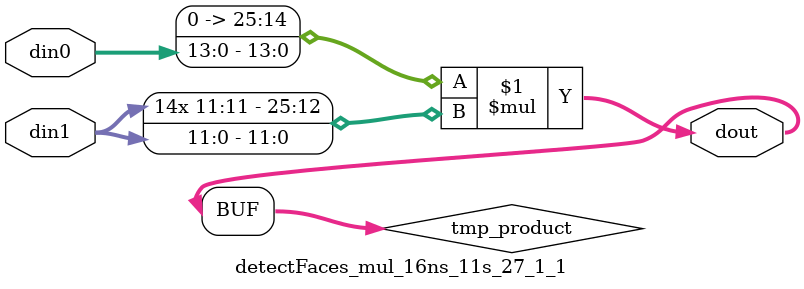
<source format=v>

`timescale 1 ns / 1 ps

 module detectFaces_mul_16ns_11s_27_1_1(din0, din1, dout);
parameter ID = 1;
parameter NUM_STAGE = 0;
parameter din0_WIDTH = 14;
parameter din1_WIDTH = 12;
parameter dout_WIDTH = 26;

input [din0_WIDTH - 1 : 0] din0; 
input [din1_WIDTH - 1 : 0] din1; 
output [dout_WIDTH - 1 : 0] dout;

wire signed [dout_WIDTH - 1 : 0] tmp_product;

























assign tmp_product = $signed({1'b0, din0}) * $signed(din1);










assign dout = tmp_product;





















endmodule

</source>
